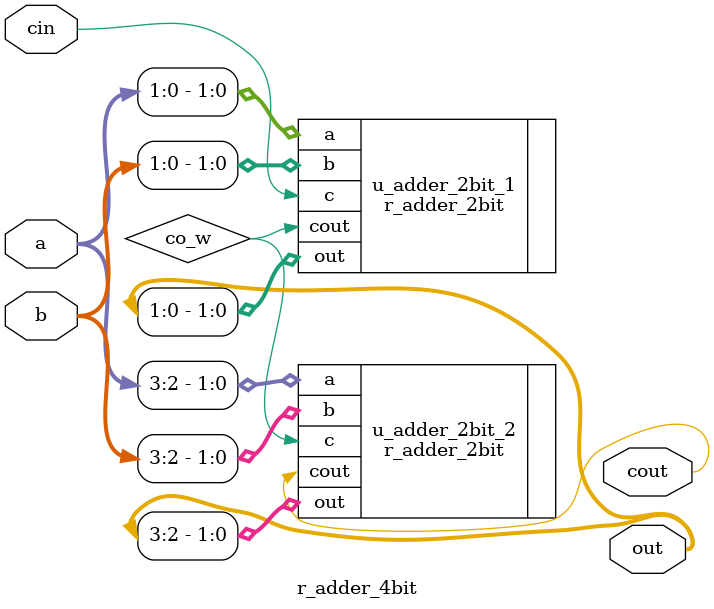
<source format=v>
module r_adder_4bit(
	input	[3:0]	a,
	input	[3:0]	b,
	input		cin,	// carry in

	output	[3:0]	out,
	output		cout	// carry out
);

wire	co_w;

r_adder_2bit u_adder_2bit_1(
	.a	(a[1:0]),
	.b	(b[1:0]),
	.c	(cin),
	.out	(out[1:0]),
	.cout	(co_w)
);

r_adder_2bit u_adder_2bit_2(
	.a	(a[3:2]),
	.b	(b[3:2]),
	.c	(co_w),
	.out	(out[3:2]),
	.cout	(cout)
);

endmodule

</source>
